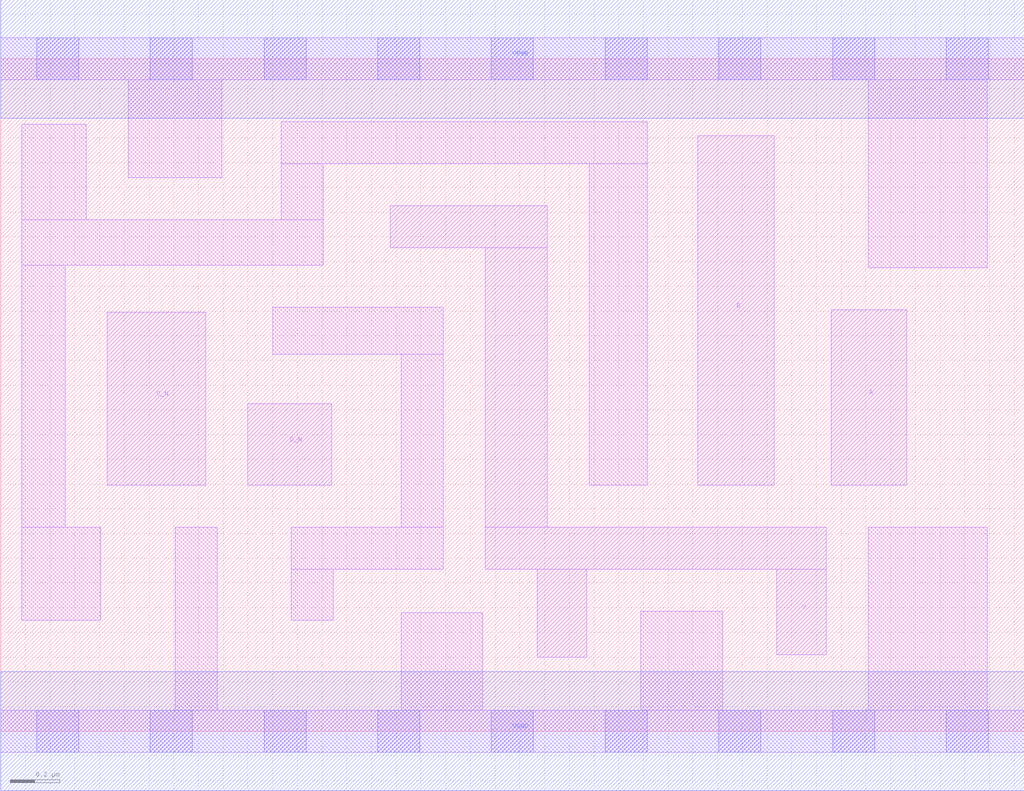
<source format=lef>
# Copyright 2020 The SkyWater PDK Authors
#
# Licensed under the Apache License, Version 2.0 (the "License");
# you may not use this file except in compliance with the License.
# You may obtain a copy of the License at
#
#     https://www.apache.org/licenses/LICENSE-2.0
#
# Unless required by applicable law or agreed to in writing, software
# distributed under the License is distributed on an "AS IS" BASIS,
# WITHOUT WARRANTIES OR CONDITIONS OF ANY KIND, either express or implied.
# See the License for the specific language governing permissions and
# limitations under the License.
#
# SPDX-License-Identifier: Apache-2.0

VERSION 5.7 ;
BUSBITCHARS "[]" ;
DIVIDERCHAR "/" ;
PROPERTYDEFINITIONS
  MACRO maskLayoutSubType STRING ;
  MACRO prCellType STRING ;
  MACRO originalViewName STRING ;
END PROPERTYDEFINITIONS
MACRO sky130_fd_sc_hdll__nor4bb_1
  ORIGIN  0.000000  0.000000 ;
  CLASS CORE ;
  SYMMETRY X Y R90 ;
  SIZE  4.140000 BY  2.720000 ;
  SITE unithd ;
  PIN A
    ANTENNAGATEAREA  0.277500 ;
    DIRECTION INPUT ;
    USE SIGNAL ;
    PORT
      LAYER li1 ;
        RECT 3.360000 0.995000 3.665000 1.705000 ;
    END
  END A
  PIN B
    ANTENNAGATEAREA  0.277500 ;
    DIRECTION INPUT ;
    USE SIGNAL ;
    PORT
      LAYER li1 ;
        RECT 2.820000 0.995000 3.130000 2.410000 ;
    END
  END B
  PIN C_N
    ANTENNAGATEAREA  0.138600 ;
    DIRECTION INPUT ;
    USE SIGNAL ;
    PORT
      LAYER li1 ;
        RECT 0.430000 0.995000 0.830000 1.695000 ;
    END
  END C_N
  PIN D_N
    ANTENNAGATEAREA  0.138600 ;
    DIRECTION INPUT ;
    USE SIGNAL ;
    PORT
      LAYER li1 ;
        RECT 1.000000 0.995000 1.340000 1.325000 ;
    END
  END D_N
  PIN Y
    ANTENNADIFFAREA  0.660000 ;
    DIRECTION OUTPUT ;
    USE SIGNAL ;
    PORT
      LAYER li1 ;
        RECT 1.575000 1.955000 2.210000 2.125000 ;
        RECT 1.960000 0.655000 3.340000 0.825000 ;
        RECT 1.960000 0.825000 2.210000 1.955000 ;
        RECT 2.170000 0.300000 2.370000 0.655000 ;
        RECT 3.140000 0.310000 3.340000 0.655000 ;
    END
  END Y
  PIN VGND
    DIRECTION INOUT ;
    USE GROUND ;
    PORT
      LAYER met1 ;
        RECT 0.000000 -0.240000 4.140000 0.240000 ;
    END
  END VGND
  PIN VNB
    DIRECTION INOUT ;
    USE GROUND ;
    PORT
    END
  END VNB
  PIN VPB
    DIRECTION INOUT ;
    USE POWER ;
    PORT
    END
  END VPB
  PIN VPWR
    DIRECTION INOUT ;
    USE POWER ;
    PORT
      LAYER met1 ;
        RECT 0.000000 2.480000 4.140000 2.960000 ;
    END
  END VPWR
  OBS
    LAYER li1 ;
      RECT 0.000000 -0.085000 4.140000 0.085000 ;
      RECT 0.000000  2.635000 4.140000 2.805000 ;
      RECT 0.085000  0.450000 0.405000 0.825000 ;
      RECT 0.085000  0.825000 0.260000 1.885000 ;
      RECT 0.085000  1.885000 1.305000 2.070000 ;
      RECT 0.085000  2.070000 0.345000 2.455000 ;
      RECT 0.515000  2.240000 0.895000 2.635000 ;
      RECT 0.705000  0.085000 0.875000 0.825000 ;
      RECT 1.100000  1.525000 1.790000 1.715000 ;
      RECT 1.135000  2.070000 1.305000 2.295000 ;
      RECT 1.135000  2.295000 2.615000 2.465000 ;
      RECT 1.175000  0.450000 1.345000 0.655000 ;
      RECT 1.175000  0.655000 1.790000 0.825000 ;
      RECT 1.620000  0.085000 1.950000 0.480000 ;
      RECT 1.620000  0.825000 1.790000 1.525000 ;
      RECT 2.380000  0.995000 2.615000 2.295000 ;
      RECT 2.590000  0.085000 2.920000 0.485000 ;
      RECT 3.510000  0.085000 3.990000 0.825000 ;
      RECT 3.510000  1.875000 3.990000 2.635000 ;
    LAYER mcon ;
      RECT 0.145000 -0.085000 0.315000 0.085000 ;
      RECT 0.145000  2.635000 0.315000 2.805000 ;
      RECT 0.605000 -0.085000 0.775000 0.085000 ;
      RECT 0.605000  2.635000 0.775000 2.805000 ;
      RECT 1.065000 -0.085000 1.235000 0.085000 ;
      RECT 1.065000  2.635000 1.235000 2.805000 ;
      RECT 1.525000 -0.085000 1.695000 0.085000 ;
      RECT 1.525000  2.635000 1.695000 2.805000 ;
      RECT 1.985000 -0.085000 2.155000 0.085000 ;
      RECT 1.985000  2.635000 2.155000 2.805000 ;
      RECT 2.445000 -0.085000 2.615000 0.085000 ;
      RECT 2.445000  2.635000 2.615000 2.805000 ;
      RECT 2.905000 -0.085000 3.075000 0.085000 ;
      RECT 2.905000  2.635000 3.075000 2.805000 ;
      RECT 3.365000 -0.085000 3.535000 0.085000 ;
      RECT 3.365000  2.635000 3.535000 2.805000 ;
      RECT 3.825000 -0.085000 3.995000 0.085000 ;
      RECT 3.825000  2.635000 3.995000 2.805000 ;
  END
  PROPERTY maskLayoutSubType "abstract" ;
  PROPERTY prCellType "standard" ;
  PROPERTY originalViewName "layout" ;
END sky130_fd_sc_hdll__nor4bb_1
END LIBRARY

</source>
